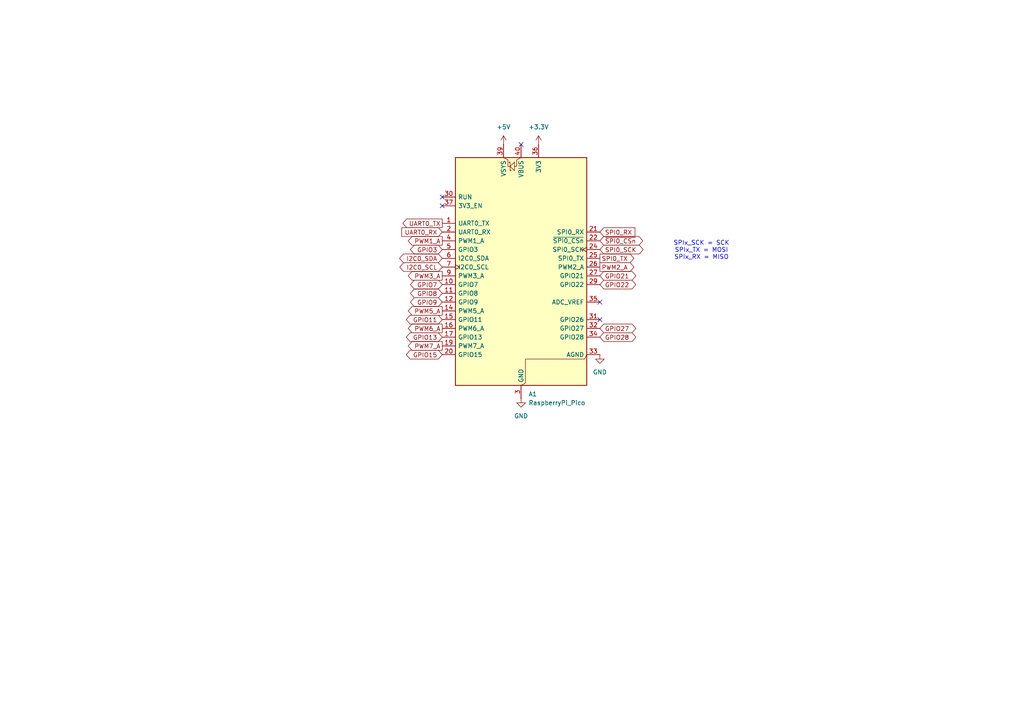
<source format=kicad_sch>
(kicad_sch (version 20250114) (generator "eeschema") (generator_version "9.0")
  (paper "A4")
  (lib_symbols
    (symbol "MCU_Module:RaspberryPi_Pico" (pin_names (offset 0.762))
      (property "Reference" "A" (at -19.05 35.56 0))
      (property "Value" "RaspberryPi_Pico" (at 7.62 35.56 0))
      (symbol "RaspberryPi_Pico_0_1"
        (rectangle (start -19.05 34.29) (end 19.05 -31.75) (stroke (width 0.254)) (fill (type background)))
        (polyline (pts (xy -5.08 34.29) (xy -3.81 33.655) (xy -3.81 31.75) (xy -3.175 31.75)))
        (polyline (pts (xy -3.429 32.766) (xy -3.429 33.02) (xy -3.175 33.02) (xy -3.175 30.48) (xy -2.921 30.48) (xy -2.921 30.734)))
        (polyline (pts (xy -3.175 31.75) (xy -1.905 33.02) (xy -1.905 30.48) (xy -3.175 31.75)))
        (polyline (pts (xy 0 34.29) (xy -1.27 33.655) (xy -1.27 31.75) (xy -1.905 31.75)))
        (polyline (pts (xy 0 -31.75) (xy 1.27 -31.115) (xy 1.27 -24.13) (xy 18.415 -24.13) (xy 19.05 -22.86)))
      )
      (symbol "RaspberryPi_Pico_1_1"
        (pin passive line (at -22.86 22.86 0) (length 3.81) (name "RUN") (number "30"))
        (pin passive line (at -22.86 20.32 0) (length 3.81) (name "3V3_EN") (number "37"))
        (pin bidirectional line (at -22.86 15.24 0) (length 3.81) (name "GPIO0") (number "1") (alternate "I2C0_SDA" bidirectional line) (alternate "SPI0_RX" input line) (alternate "UART0_TX" output line))
        (pin bidirectional line (at -22.86 12.7 0) (length 3.81) (name "GPIO1") (number "2") (alternate "I2C0_SCL" bidirectional clock) (alternate "UART0_RX" input line) (alternate "~{SPI0_CSn}" bidirectional line))
        (pin bidirectional line (at -22.86 10.16 0) (length 3.81) (name "GPIO2") (number "4") (alternate "PWM1_A" output line) (alternate "SPI0_SCK" bidirectional clock))
        (pin bidirectional line (at -22.86 7.62 0) (length 3.81) (name "GPIO3") (number "5") (alternate "SPI0_TX" output line))
        (pin bidirectional line (at -22.86 5.08 0) (length 3.81) (name "GPIO4") (number "6") (alternate "I2C0_SDA" bidirectional line) (alternate "PWM2_A" output line) (alternate "SPI0_RX" input line))
        (pin bidirectional line (at -22.86 2.54 0) (length 3.81) (name "GPIO5") (number "7") (alternate "I2C0_SCL" bidirectional clock) (alternate "~{SPI0_CSn}" bidirectional line))
        (pin bidirectional line (at -22.86 0 0) (length 3.81) (name "GPIO6") (number "9") (alternate "PWM3_A" output line) (alternate "SPI0_SCK" bidirectional clock))
        (pin bidirectional line (at -22.86 -2.54 0) (length 3.81) (name "GPIO7") (number "10") (alternate "SPI0_TX" output line))
        (pin bidirectional line (at -22.86 -5.08 0) (length 3.81) (name "GPIO8") (number "11") (alternate "I2C0_SDA" bidirectional line))
        (pin bidirectional line (at -22.86 -7.62 0) (length 3.81) (name "GPIO9") (number "12") (alternate "I2C0_SCL" bidirectional clock))
        (pin bidirectional line (at -22.86 -10.16 0) (length 3.81) (name "GPIO10") (number "14") (alternate "PWM5_A" output line))
        (pin bidirectional line (at -22.86 -12.7 0) (length 3.81) (name "GPIO11") (number "15"))
        (pin bidirectional line (at -22.86 -15.24 0) (length 3.81) (name "GPIO12") (number "16") (alternate "I2C0_SDA" bidirectional line) (alternate "PWM6_A" output line) (alternate "UART0_TX" output line))
        (pin bidirectional line (at -22.86 -17.78 0) (length 3.81) (name "GPIO13") (number "17") (alternate "I2C0_SCL" bidirectional clock) (alternate "UART0_RX" input line))
        (pin bidirectional line (at -22.86 -20.32 0) (length 3.81) (name "GPIO14") (number "19") (alternate "PWM7_A" output line))
        (pin bidirectional line (at -22.86 -22.86 0) (length 3.81) (name "GPIO15") (number "20"))
        (pin power_in line (at -5.08 38.1 270) (length 3.81) (name "VSYS") (number "39"))
        (pin power_out line (at 0 38.1 270) (length 3.81) (name "VBUS") (number "40"))
        (pin passive line (at 0 -35.56 90) (length 3.81) (hide yes) (name "GND") (number "13"))
        (pin passive line (at 0 -35.56 90) (length 3.81) (hide yes) (name "GND") (number "18"))
        (pin passive line (at 0 -35.56 90) (length 3.81) (hide yes) (name "GND") (number "23"))
        (pin passive line (at 0 -35.56 90) (length 3.81) (hide yes) (name "GND") (number "28"))
        (pin power_out line (at 0 -35.56 90) (length 3.81) (name "GND") (number "3"))
        (pin passive line (at 0 -35.56 90) (length 3.81) (hide yes) (name "GND") (number "38"))
        (pin passive line (at 0 -35.56 90) (length 3.81) (hide yes) (name "GND") (number "8"))
        (pin power_out line (at 5.08 38.1 270) (length 3.81) (name "3V3") (number "36"))
        (pin bidirectional line (at 22.86 12.7 180) (length 3.81) (name "GPIO16") (number "21") (alternate "I2C0_SDA" bidirectional line) (alternate "SPI0_RX" input line) (alternate "UART0_TX" output line))
        (pin bidirectional line (at 22.86 10.16 180) (length 3.81) (name "GPIO17") (number "22") (alternate "I2C0_SCL" bidirectional clock) (alternate "UART0_RX" input line) (alternate "~{SPI0_CSn}" bidirectional line))
        (pin bidirectional line (at 22.86 7.62 180) (length 3.81) (name "GPIO18") (number "24") (alternate "PWM1_A" output line) (alternate "SPI0_SCK" bidirectional clock))
        (pin bidirectional line (at 22.86 5.08 180) (length 3.81) (name "GPIO19") (number "25") (alternate "SPI0_TX" output line))
        (pin bidirectional line (at 22.86 2.54 180) (length 3.81) (name "GPIO20") (number "26") (alternate "I2C0_SDA" bidirectional line) (alternate "PWM2_A" output line) (alternate "SPI0_RX" input line))
        (pin bidirectional line (at 22.86 0 180) (length 3.81) (name "GPIO21") (number "27") (alternate "I2C0_SCL" bidirectional clock) (alternate "~{SPI0_CSn}" bidirectional line))
        (pin bidirectional line (at 22.86 -2.54 180) (length 3.81) (name "GPIO22") (number "29") (alternate "PWM3_A" output line) (alternate "SPI0_SCK" bidirectional clock))
        (pin power_in line (at 22.86 -7.62 180) (length 3.81) (name "ADC_VREF") (number "35"))
        (pin bidirectional line (at 22.86 -12.7 180) (length 3.81) (name "GPIO26_ADC0") (number "31") (alternate "GPIO26" bidirectional line) (alternate "PWM5_A" output line))
        (pin bidirectional line (at 22.86 -15.24 180) (length 3.81) (name "GPIO27_ADC1") (number "32") (alternate "GPIO27" bidirectional line))
        (pin bidirectional line (at 22.86 -17.78 180) (length 3.81) (name "GPIO28_ADC2") (number "34") (alternate "GPIO28" bidirectional line) (alternate "I2C0_SDA" bidirectional line) (alternate "PWM6_A" output line) (alternate "UART0_TX" output line))
        (pin power_out line (at 22.86 -22.86 180) (length 3.81) (name "AGND") (number "33"))
      )
    )
    (symbol "power:+3.3V" (power) (pin_numbers (hide yes)) (pin_names (offset 0) (hide yes))
      (property "Value" "+3.3V" (at 0 3.556 0))
      (symbol "+3.3V_0_1"
        (polyline (pts (xy -0.762 1.27) (xy 0 2.54)))
        (polyline (pts (xy 0 2.54) (xy 0.762 1.27)))
        (polyline (pts (xy 0 0) (xy 0 2.54)))
      )
      (symbol "+3.3V_1_1"
        (pin power_in line (at 0 0 90) (length 0) (name "~") (number "1"))
      )
    )
    (symbol "power:+5V" (power) (pin_numbers (hide yes)) (pin_names (offset 0) (hide yes))
      (property "Value" "+5V" (at 0 3.556 0))
      (symbol "+5V_0_1"
        (polyline (pts (xy -0.762 1.27) (xy 0 2.54)))
        (polyline (pts (xy 0 2.54) (xy 0.762 1.27)))
        (polyline (pts (xy 0 0) (xy 0 2.54)))
      )
      (symbol "+5V_1_1"
        (pin power_in line (at 0 0 90) (length 0) (name "~") (number "1"))
      )
    )
    (symbol "power:GND" (power) (pin_numbers (hide yes)) (pin_names (offset 0) (hide yes))
      (property "Value" "GND" (at 0 -3.81 0))
      (symbol "GND_0_1"
        (polyline (pts (xy 0 0) (xy 0 -1.27) (xy 1.27 -1.27) (xy 0 -2.54) (xy -1.27 -1.27) (xy 0 -1.27)))
      )
      (symbol "GND_1_1"
        (pin power_in line (at 0 0 270) (length 0) (name "~") (number "1"))
      )
    )
  )
  (text "SPIx_SCK = SCK\nSPIx_TX = MOSI\nSPIx_RX = MISO" (at 203.454 72.644 0) (effects (font (size 1.27 1.27))))
  (no_connect (at 128.27 59.69))
  (no_connect (at 173.99 87.63))
  (no_connect (at 128.27 57.15))
  (no_connect (at 151.13 41.91))
  (no_connect (at 173.99 92.71))
  (global_label "GPIO27" (shape bidirectional) (at 173.99 95.25 0) (property "Intersheetrefs" "${INTERSHEET_REFS}" (effects (hide yes))))
  (global_label "UART0_RX" (shape input) (at 128.27 67.31 180) (property "Intersheetrefs" "${INTERSHEET_REFS}" (effects (hide yes))))
  (global_label "I2C0_SDA" (shape bidirectional) (at 128.27 74.93 180) (property "Intersheetrefs" "${INTERSHEET_REFS}" (effects (hide yes))))
  (global_label "GPIO21" (shape bidirectional) (at 173.99 80.01 0) (property "Intersheetrefs" "${INTERSHEET_REFS}" (effects (hide yes))))
  (global_label "GPIO22" (shape bidirectional) (at 173.99 82.55 0) (property "Intersheetrefs" "${INTERSHEET_REFS}" (effects (hide yes))))
  (global_label "UART0_TX" (shape output) (at 128.27 64.77 180) (property "Intersheetrefs" "${INTERSHEET_REFS}" (effects (hide yes))))
  (global_label "GPIO28" (shape bidirectional) (at 173.99 97.79 0) (property "Intersheetrefs" "${INTERSHEET_REFS}" (effects (hide yes))))
  (global_label "GPIO3" (shape bidirectional) (at 128.27 72.39 180) (property "Intersheetrefs" "${INTERSHEET_REFS}" (effects (hide yes))))
  (global_label "PWM6_A" (shape output) (at 128.27 95.25 180) (property "Intersheetrefs" "${INTERSHEET_REFS}" (effects (hide yes))))
  (global_label "PWM1_A" (shape output) (at 128.27 69.85 180) (property "Intersheetrefs" "${INTERSHEET_REFS}" (effects (hide yes))))
  (global_label "I2C0_SCL" (shape bidirectional) (at 128.27 77.47 180) (property "Intersheetrefs" "${INTERSHEET_REFS}" (effects (hide yes))))
  (global_label "PWM3_A" (shape output) (at 128.27 80.01 180) (property "Intersheetrefs" "${INTERSHEET_REFS}" (effects (hide yes))))
  (global_label "PWM5_A" (shape output) (at 128.27 90.17 180) (property "Intersheetrefs" "${INTERSHEET_REFS}" (effects (hide yes))))
  (global_label "GPIO9" (shape bidirectional) (at 128.27 87.63 180) (property "Intersheetrefs" "${INTERSHEET_REFS}" (effects (hide yes))))
  (global_label "PWM2_A" (shape output) (at 173.99 77.47 0) (property "Intersheetrefs" "${INTERSHEET_REFS}" (effects (hide yes))))
  (global_label "GPIO13" (shape bidirectional) (at 128.27 97.79 180) (property "Intersheetrefs" "${INTERSHEET_REFS}" (effects (hide yes))))
  (global_label "~{SPI0_CSn}" (shape bidirectional) (at 173.99 69.85 0) (property "Intersheetrefs" "${INTERSHEET_REFS}" (effects (hide yes))))
  (global_label "SPI0_RX" (shape input) (at 173.99 67.31 0) (property "Intersheetrefs" "${INTERSHEET_REFS}" (effects (hide yes))))
  (global_label "SPI0_SCK" (shape bidirectional) (at 173.99 72.39 0) (property "Intersheetrefs" "${INTERSHEET_REFS}" (effects (hide yes))))
  (global_label "GPIO15" (shape bidirectional) (at 128.27 102.87 180) (property "Intersheetrefs" "${INTERSHEET_REFS}" (effects (hide yes))))
  (global_label "GPIO8" (shape bidirectional) (at 128.27 85.09 180) (property "Intersheetrefs" "${INTERSHEET_REFS}" (effects (hide yes))))
  (global_label "GPIO11" (shape bidirectional) (at 128.27 92.71 180) (property "Intersheetrefs" "${INTERSHEET_REFS}" (effects (hide yes))))
  (global_label "PWM7_A" (shape output) (at 128.27 100.33 180) (property "Intersheetrefs" "${INTERSHEET_REFS}" (effects (hide yes))))
  (global_label "SPI0_TX" (shape output) (at 173.99 74.93 0) (property "Intersheetrefs" "${INTERSHEET_REFS}" (effects (hide yes))))
  (global_label "GPIO7" (shape bidirectional) (at 128.27 82.55 180) (property "Intersheetrefs" "${INTERSHEET_REFS}" (effects (hide yes))))
  (symbol (lib_id "MCU_Module:RaspberryPi_Pico") (at 151.13 80.01 0) (unit 1)
    (property "Reference" "A1" (at 153.2733 114.3 0) (effects (justify left)))
    (property "Value" "RaspberryPi_Pico" (at 153.2733 116.84 0) (effects (justify left)))
    (property "Footprint" "Module:RaspberryPi_Pico_Common_Unspecified" (effects (hide yes)))
    (property "Datasheet" "https://datasheets.raspberrypi.com/pico/pico-datasheet.pdf" (effects (hide yes)))
    (property "Description" "Versatile and inexpensive microcontroller module powered by RP2040 dual-core Arm Cortex-M0+ processor up to 133 MHz, 264kB SRAM, 2MB QSPI flash; also supports Raspberry Pi Pico 2" (effects (hide yes)))
    (pin "4" (alternate "PWM1_A"))
    (pin "22" (alternate "~{SPI0_CSn}"))
    (pin "9" (alternate "PWM3_A"))
    (pin "19" (alternate "PWM7_A"))
    (pin "21" (alternate "SPI0_RX"))
    (pin "16" (alternate "PWM6_A"))
    (pin "6" (alternate "I2C0_SDA"))
    (pin "7" (alternate "I2C0_SCL"))
    (pin "14" (alternate "PWM5_A"))
    (pin "2" (alternate "UART0_RX"))
    (pin "1" (alternate "UART0_TX"))
    (pin "26" (alternate "PWM2_A"))
    (pin "32" (alternate "GPIO27"))
    (pin "34" (alternate "GPIO28"))
    (pin "25" (alternate "SPI0_TX"))
    (pin "31" (alternate "GPIO26"))
    (pin "24" (alternate "SPI0_SCK"))
  )
  (symbol (lib_id "power:+5V") (at 146.05 41.91 0) (unit 1)
    (property "Reference" "#PWR076" (effects (hide yes)))
    (property "Value" "+5V" (at 146.05 36.83 0))
    (property "Description" "Power symbol creates a global label with name \"+5V\"" (effects (hide yes)))
  )
  (symbol (lib_id "power:GND") (at 151.13 115.57 0) (unit 1)
    (property "Reference" "#PWR044" (effects (hide yes)))
    (property "Value" "GND" (at 151.13 120.65 0))
    (property "Description" "Power symbol creates a global label with name \"GND\" , ground" (effects (hide yes)))
  )
  (symbol (lib_id "power:+3.3V") (at 156.21 41.91 0) (unit 1)
    (property "Reference" "#PWR067" (effects (hide yes)))
    (property "Value" "+3.3V" (at 156.21 36.83 0))
    (property "Description" "Power symbol creates a global label with name \"+3.3V\"" (effects (hide yes)))
  )
  (symbol (lib_id "power:GND") (at 173.99 102.87 0) (unit 1)
    (property "Reference" "#PWR045" (effects (hide yes)))
    (property "Value" "GND" (at 173.99 107.95 0))
    (property "Description" "Power symbol creates a global label with name \"GND\" , ground" (effects (hide yes)))
  )
)
</source>
